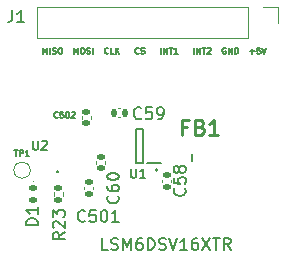
<source format=gto>
G04 #@! TF.GenerationSoftware,KiCad,Pcbnew,(6.0.5)*
G04 #@! TF.CreationDate,2023-01-28T11:09:11-05:00*
G04 #@! TF.ProjectId,IMU Breakout,494d5520-4272-4656-916b-6f75742e6b69,rev?*
G04 #@! TF.SameCoordinates,Original*
G04 #@! TF.FileFunction,Legend,Top*
G04 #@! TF.FilePolarity,Positive*
%FSLAX46Y46*%
G04 Gerber Fmt 4.6, Leading zero omitted, Abs format (unit mm)*
G04 Created by KiCad (PCBNEW (6.0.5)) date 2023-01-28 11:09:11*
%MOMM*%
%LPD*%
G01*
G04 APERTURE LIST*
G04 Aperture macros list*
%AMRoundRect*
0 Rectangle with rounded corners*
0 $1 Rounding radius*
0 $2 $3 $4 $5 $6 $7 $8 $9 X,Y pos of 4 corners*
0 Add a 4 corners polygon primitive as box body*
4,1,4,$2,$3,$4,$5,$6,$7,$8,$9,$2,$3,0*
0 Add four circle primitives for the rounded corners*
1,1,$1+$1,$2,$3*
1,1,$1+$1,$4,$5*
1,1,$1+$1,$6,$7*
1,1,$1+$1,$8,$9*
0 Add four rect primitives between the rounded corners*
20,1,$1+$1,$2,$3,$4,$5,0*
20,1,$1+$1,$4,$5,$6,$7,0*
20,1,$1+$1,$6,$7,$8,$9,0*
20,1,$1+$1,$8,$9,$2,$3,0*%
G04 Aperture macros list end*
%ADD10C,0.175000*%
%ADD11C,0.150000*%
%ADD12C,0.127000*%
%ADD13C,0.152400*%
%ADD14C,0.254000*%
%ADD15C,0.120000*%
%ADD16C,0.200000*%
%ADD17C,0.100000*%
%ADD18C,1.000000*%
%ADD19R,1.700000X1.700000*%
%ADD20O,1.700000X1.700000*%
%ADD21C,1.500000*%
%ADD22RoundRect,0.140000X-0.170000X0.140000X-0.170000X-0.140000X0.170000X-0.140000X0.170000X0.140000X0*%
%ADD23RoundRect,0.140000X0.170000X-0.140000X0.170000X0.140000X-0.170000X0.140000X-0.170000X-0.140000X0*%
%ADD24R,1.200000X0.600000*%
%ADD25R,0.650000X0.700000*%
%ADD26R,0.300000X0.600000*%
%ADD27R,0.600000X0.300000*%
%ADD28RoundRect,0.135000X-0.185000X0.135000X-0.185000X-0.135000X0.185000X-0.135000X0.185000X0.135000X0*%
%ADD29RoundRect,0.147500X-0.172500X0.147500X-0.172500X-0.147500X0.172500X-0.147500X0.172500X0.147500X0*%
%ADD30RoundRect,0.140000X0.140000X0.170000X-0.140000X0.170000X-0.140000X-0.170000X0.140000X-0.170000X0*%
G04 APERTURE END LIST*
D10*
X133145070Y-93883810D02*
G75*
G03*
X133145070Y-93883810I-87500J0D01*
G01*
D11*
X128928996Y-100636203D02*
X128452806Y-100636203D01*
X128452806Y-99636203D01*
X129214710Y-100588584D02*
X129357568Y-100636203D01*
X129595663Y-100636203D01*
X129690901Y-100588584D01*
X129738520Y-100540965D01*
X129786139Y-100445727D01*
X129786139Y-100350489D01*
X129738520Y-100255251D01*
X129690901Y-100207632D01*
X129595663Y-100160013D01*
X129405187Y-100112394D01*
X129309948Y-100064775D01*
X129262329Y-100017156D01*
X129214710Y-99921918D01*
X129214710Y-99826680D01*
X129262329Y-99731442D01*
X129309948Y-99683823D01*
X129405187Y-99636203D01*
X129643282Y-99636203D01*
X129786139Y-99683823D01*
X130214710Y-100636203D02*
X130214710Y-99636203D01*
X130548044Y-100350489D01*
X130881377Y-99636203D01*
X130881377Y-100636203D01*
X131786139Y-99636203D02*
X131595663Y-99636203D01*
X131500425Y-99683823D01*
X131452806Y-99731442D01*
X131357568Y-99874299D01*
X131309948Y-100064775D01*
X131309948Y-100445727D01*
X131357568Y-100540965D01*
X131405187Y-100588584D01*
X131500425Y-100636203D01*
X131690901Y-100636203D01*
X131786139Y-100588584D01*
X131833758Y-100540965D01*
X131881377Y-100445727D01*
X131881377Y-100207632D01*
X131833758Y-100112394D01*
X131786139Y-100064775D01*
X131690901Y-100017156D01*
X131500425Y-100017156D01*
X131405187Y-100064775D01*
X131357568Y-100112394D01*
X131309948Y-100207632D01*
X132309948Y-100636203D02*
X132309948Y-99636203D01*
X132548044Y-99636203D01*
X132690901Y-99683823D01*
X132786139Y-99779061D01*
X132833758Y-99874299D01*
X132881377Y-100064775D01*
X132881377Y-100207632D01*
X132833758Y-100398108D01*
X132786139Y-100493346D01*
X132690901Y-100588584D01*
X132548044Y-100636203D01*
X132309948Y-100636203D01*
X133262329Y-100588584D02*
X133405187Y-100636203D01*
X133643282Y-100636203D01*
X133738520Y-100588584D01*
X133786139Y-100540965D01*
X133833758Y-100445727D01*
X133833758Y-100350489D01*
X133786139Y-100255251D01*
X133738520Y-100207632D01*
X133643282Y-100160013D01*
X133452806Y-100112394D01*
X133357568Y-100064775D01*
X133309948Y-100017156D01*
X133262329Y-99921918D01*
X133262329Y-99826680D01*
X133309948Y-99731442D01*
X133357568Y-99683823D01*
X133452806Y-99636203D01*
X133690901Y-99636203D01*
X133833758Y-99683823D01*
X134119472Y-99636203D02*
X134452806Y-100636203D01*
X134786139Y-99636203D01*
X135643282Y-100636203D02*
X135071853Y-100636203D01*
X135357568Y-100636203D02*
X135357568Y-99636203D01*
X135262329Y-99779061D01*
X135167091Y-99874299D01*
X135071853Y-99921918D01*
X136500425Y-99636203D02*
X136309948Y-99636203D01*
X136214710Y-99683823D01*
X136167091Y-99731442D01*
X136071853Y-99874299D01*
X136024234Y-100064775D01*
X136024234Y-100445727D01*
X136071853Y-100540965D01*
X136119472Y-100588584D01*
X136214710Y-100636203D01*
X136405187Y-100636203D01*
X136500425Y-100588584D01*
X136548044Y-100540965D01*
X136595663Y-100445727D01*
X136595663Y-100207632D01*
X136548044Y-100112394D01*
X136500425Y-100064775D01*
X136405187Y-100017156D01*
X136214710Y-100017156D01*
X136119472Y-100064775D01*
X136071853Y-100112394D01*
X136024234Y-100207632D01*
X136928996Y-99636203D02*
X137595663Y-100636203D01*
X137595663Y-99636203D02*
X136928996Y-100636203D01*
X137833758Y-99636203D02*
X138405187Y-99636203D01*
X138119472Y-100636203D02*
X138119472Y-99636203D01*
X139309948Y-100636203D02*
X138976615Y-100160013D01*
X138738520Y-100636203D02*
X138738520Y-99636203D01*
X139119472Y-99636203D01*
X139214710Y-99683823D01*
X139262329Y-99731442D01*
X139309948Y-99826680D01*
X139309948Y-99969537D01*
X139262329Y-100064775D01*
X139214710Y-100112394D01*
X139119472Y-100160013D01*
X138738520Y-100160013D01*
D12*
X123447484Y-84013629D02*
X123447484Y-83505629D01*
X123616818Y-83868486D01*
X123786151Y-83505629D01*
X123786151Y-84013629D01*
X124028056Y-84013629D02*
X124028056Y-83505629D01*
X124245770Y-83989439D02*
X124318341Y-84013629D01*
X124439294Y-84013629D01*
X124487675Y-83989439D01*
X124511865Y-83965248D01*
X124536056Y-83916867D01*
X124536056Y-83868486D01*
X124511865Y-83820105D01*
X124487675Y-83795915D01*
X124439294Y-83771724D01*
X124342532Y-83747534D01*
X124294151Y-83723343D01*
X124269960Y-83699153D01*
X124245770Y-83650772D01*
X124245770Y-83602391D01*
X124269960Y-83554010D01*
X124294151Y-83529820D01*
X124342532Y-83505629D01*
X124463484Y-83505629D01*
X124536056Y-83529820D01*
X124850532Y-83505629D02*
X124947294Y-83505629D01*
X124995675Y-83529820D01*
X125044056Y-83578200D01*
X125068246Y-83674962D01*
X125068246Y-83844296D01*
X125044056Y-83941058D01*
X124995675Y-83989439D01*
X124947294Y-84013629D01*
X124850532Y-84013629D01*
X124802151Y-83989439D01*
X124753770Y-83941058D01*
X124729580Y-83844296D01*
X124729580Y-83674962D01*
X124753770Y-83578200D01*
X124802151Y-83529820D01*
X124850532Y-83505629D01*
X126060056Y-84013629D02*
X126060056Y-83505629D01*
X126229389Y-83868486D01*
X126398722Y-83505629D01*
X126398722Y-84013629D01*
X126737389Y-83505629D02*
X126834151Y-83505629D01*
X126882532Y-83529820D01*
X126930913Y-83578200D01*
X126955103Y-83674962D01*
X126955103Y-83844296D01*
X126930913Y-83941058D01*
X126882532Y-83989439D01*
X126834151Y-84013629D01*
X126737389Y-84013629D01*
X126689008Y-83989439D01*
X126640627Y-83941058D01*
X126616437Y-83844296D01*
X126616437Y-83674962D01*
X126640627Y-83578200D01*
X126689008Y-83529820D01*
X126737389Y-83505629D01*
X127148627Y-83989439D02*
X127221199Y-84013629D01*
X127342151Y-84013629D01*
X127390532Y-83989439D01*
X127414722Y-83965248D01*
X127438913Y-83916867D01*
X127438913Y-83868486D01*
X127414722Y-83820105D01*
X127390532Y-83795915D01*
X127342151Y-83771724D01*
X127245389Y-83747534D01*
X127197008Y-83723343D01*
X127172818Y-83699153D01*
X127148627Y-83650772D01*
X127148627Y-83602391D01*
X127172818Y-83554010D01*
X127197008Y-83529820D01*
X127245389Y-83505629D01*
X127366341Y-83505629D01*
X127438913Y-83529820D01*
X127656627Y-84013629D02*
X127656627Y-83505629D01*
X128962913Y-83965248D02*
X128938722Y-83989439D01*
X128866151Y-84013629D01*
X128817770Y-84013629D01*
X128745199Y-83989439D01*
X128696818Y-83941058D01*
X128672627Y-83892677D01*
X128648437Y-83795915D01*
X128648437Y-83723343D01*
X128672627Y-83626581D01*
X128696818Y-83578200D01*
X128745199Y-83529820D01*
X128817770Y-83505629D01*
X128866151Y-83505629D01*
X128938722Y-83529820D01*
X128962913Y-83554010D01*
X129422532Y-84013629D02*
X129180627Y-84013629D01*
X129180627Y-83505629D01*
X129591865Y-84013629D02*
X129591865Y-83505629D01*
X129882151Y-84013629D02*
X129664437Y-83723343D01*
X129882151Y-83505629D02*
X129591865Y-83795915D01*
X131551294Y-83965248D02*
X131527103Y-83989439D01*
X131454532Y-84013629D01*
X131406151Y-84013629D01*
X131333580Y-83989439D01*
X131285199Y-83941058D01*
X131261008Y-83892677D01*
X131236818Y-83795915D01*
X131236818Y-83723343D01*
X131261008Y-83626581D01*
X131285199Y-83578200D01*
X131333580Y-83529820D01*
X131406151Y-83505629D01*
X131454532Y-83505629D01*
X131527103Y-83529820D01*
X131551294Y-83554010D01*
X131744818Y-83989439D02*
X131817389Y-84013629D01*
X131938341Y-84013629D01*
X131986722Y-83989439D01*
X132010913Y-83965248D01*
X132035103Y-83916867D01*
X132035103Y-83868486D01*
X132010913Y-83820105D01*
X131986722Y-83795915D01*
X131938341Y-83771724D01*
X131841580Y-83747534D01*
X131793199Y-83723343D01*
X131769008Y-83699153D01*
X131744818Y-83650772D01*
X131744818Y-83602391D01*
X131769008Y-83554010D01*
X131793199Y-83529820D01*
X131841580Y-83505629D01*
X131962532Y-83505629D01*
X132035103Y-83529820D01*
X133413960Y-84013629D02*
X133413960Y-83505629D01*
X133655865Y-84013629D02*
X133655865Y-83505629D01*
X133946151Y-84013629D01*
X133946151Y-83505629D01*
X134115484Y-83505629D02*
X134405770Y-83505629D01*
X134260627Y-84013629D02*
X134260627Y-83505629D01*
X134841199Y-84013629D02*
X134550913Y-84013629D01*
X134696056Y-84013629D02*
X134696056Y-83505629D01*
X134647675Y-83578200D01*
X134599294Y-83626581D01*
X134550913Y-83650772D01*
X136220056Y-84013629D02*
X136220056Y-83505629D01*
X136461960Y-84013629D02*
X136461960Y-83505629D01*
X136752246Y-84013629D01*
X136752246Y-83505629D01*
X136921580Y-83505629D02*
X137211865Y-83505629D01*
X137066722Y-84013629D02*
X137066722Y-83505629D01*
X137357008Y-83554010D02*
X137381199Y-83529820D01*
X137429580Y-83505629D01*
X137550532Y-83505629D01*
X137598913Y-83529820D01*
X137623103Y-83554010D01*
X137647294Y-83602391D01*
X137647294Y-83650772D01*
X137623103Y-83723343D01*
X137332818Y-84013629D01*
X137647294Y-84013629D01*
X138905199Y-83529820D02*
X138856818Y-83505629D01*
X138784246Y-83505629D01*
X138711675Y-83529820D01*
X138663294Y-83578200D01*
X138639103Y-83626581D01*
X138614913Y-83723343D01*
X138614913Y-83795915D01*
X138639103Y-83892677D01*
X138663294Y-83941058D01*
X138711675Y-83989439D01*
X138784246Y-84013629D01*
X138832627Y-84013629D01*
X138905199Y-83989439D01*
X138929389Y-83965248D01*
X138929389Y-83795915D01*
X138832627Y-83795915D01*
X139147103Y-84013629D02*
X139147103Y-83505629D01*
X139437389Y-84013629D01*
X139437389Y-83505629D01*
X139679294Y-84013629D02*
X139679294Y-83505629D01*
X139800246Y-83505629D01*
X139872818Y-83529820D01*
X139921199Y-83578200D01*
X139945389Y-83626581D01*
X139969580Y-83723343D01*
X139969580Y-83795915D01*
X139945389Y-83892677D01*
X139921199Y-83941058D01*
X139872818Y-83989439D01*
X139800246Y-84013629D01*
X139679294Y-84013629D01*
X140961389Y-83820105D02*
X141348437Y-83820105D01*
X141154913Y-84013629D02*
X141154913Y-83626581D01*
X141832246Y-83505629D02*
X141590341Y-83505629D01*
X141566151Y-83747534D01*
X141590341Y-83723343D01*
X141638722Y-83699153D01*
X141759675Y-83699153D01*
X141808056Y-83723343D01*
X141832246Y-83747534D01*
X141856437Y-83795915D01*
X141856437Y-83916867D01*
X141832246Y-83965248D01*
X141808056Y-83989439D01*
X141759675Y-84013629D01*
X141638722Y-84013629D01*
X141590341Y-83989439D01*
X141566151Y-83965248D01*
X142001580Y-83505629D02*
X142170913Y-84013629D01*
X142340246Y-83505629D01*
X121016545Y-92157641D02*
X121306831Y-92157641D01*
X121161688Y-92665641D02*
X121161688Y-92157641D01*
X121476164Y-92665641D02*
X121476164Y-92157641D01*
X121669688Y-92157641D01*
X121718069Y-92181832D01*
X121742259Y-92206022D01*
X121766450Y-92254403D01*
X121766450Y-92326974D01*
X121742259Y-92375355D01*
X121718069Y-92399546D01*
X121669688Y-92423736D01*
X121476164Y-92423736D01*
X122250259Y-92665641D02*
X121959973Y-92665641D01*
X122105116Y-92665641D02*
X122105116Y-92157641D01*
X122056735Y-92230212D01*
X122008354Y-92278593D01*
X121959973Y-92302784D01*
D11*
X120824246Y-80336200D02*
X120824246Y-81050486D01*
X120776627Y-81193343D01*
X120681389Y-81288581D01*
X120538532Y-81336200D01*
X120443294Y-81336200D01*
X121824246Y-81336200D02*
X121252818Y-81336200D01*
X121538532Y-81336200D02*
X121538532Y-80336200D01*
X121443294Y-80479058D01*
X121348056Y-80574296D01*
X121252818Y-80621915D01*
X135422220Y-95424178D02*
X135469839Y-95471797D01*
X135517458Y-95614654D01*
X135517458Y-95709892D01*
X135469839Y-95852749D01*
X135374601Y-95947987D01*
X135279363Y-95995606D01*
X135088887Y-96043225D01*
X134946030Y-96043225D01*
X134755554Y-95995606D01*
X134660316Y-95947987D01*
X134565078Y-95852749D01*
X134517458Y-95709892D01*
X134517458Y-95614654D01*
X134565078Y-95471797D01*
X134612697Y-95424178D01*
X134517458Y-94519416D02*
X134517458Y-94995606D01*
X134993649Y-95043225D01*
X134946030Y-94995606D01*
X134898411Y-94900368D01*
X134898411Y-94662273D01*
X134946030Y-94567035D01*
X134993649Y-94519416D01*
X135088887Y-94471797D01*
X135326982Y-94471797D01*
X135422220Y-94519416D01*
X135469839Y-94567035D01*
X135517458Y-94662273D01*
X135517458Y-94900368D01*
X135469839Y-94995606D01*
X135422220Y-95043225D01*
X134946030Y-93900368D02*
X134898411Y-93995606D01*
X134850792Y-94043225D01*
X134755554Y-94090844D01*
X134707935Y-94090844D01*
X134612697Y-94043225D01*
X134565078Y-93995606D01*
X134517458Y-93900368D01*
X134517458Y-93709892D01*
X134565078Y-93614654D01*
X134612697Y-93567035D01*
X134707935Y-93519416D01*
X134755554Y-93519416D01*
X134850792Y-93567035D01*
X134898411Y-93614654D01*
X134946030Y-93709892D01*
X134946030Y-93900368D01*
X134993649Y-93995606D01*
X135041268Y-94043225D01*
X135136506Y-94090844D01*
X135326982Y-94090844D01*
X135422220Y-94043225D01*
X135469839Y-93995606D01*
X135517458Y-93900368D01*
X135517458Y-93709892D01*
X135469839Y-93614654D01*
X135422220Y-93567035D01*
X135326982Y-93519416D01*
X135136506Y-93519416D01*
X135041268Y-93567035D01*
X134993649Y-93614654D01*
X134946030Y-93709892D01*
X129762220Y-96044178D02*
X129809839Y-96091797D01*
X129857458Y-96234654D01*
X129857458Y-96329892D01*
X129809839Y-96472749D01*
X129714601Y-96567987D01*
X129619363Y-96615606D01*
X129428887Y-96663225D01*
X129286030Y-96663225D01*
X129095554Y-96615606D01*
X129000316Y-96567987D01*
X128905078Y-96472749D01*
X128857458Y-96329892D01*
X128857458Y-96234654D01*
X128905078Y-96091797D01*
X128952697Y-96044178D01*
X128857458Y-95187035D02*
X128857458Y-95377511D01*
X128905078Y-95472749D01*
X128952697Y-95520368D01*
X129095554Y-95615606D01*
X129286030Y-95663225D01*
X129666982Y-95663225D01*
X129762220Y-95615606D01*
X129809839Y-95567987D01*
X129857458Y-95472749D01*
X129857458Y-95282273D01*
X129809839Y-95187035D01*
X129762220Y-95139416D01*
X129666982Y-95091797D01*
X129428887Y-95091797D01*
X129333649Y-95139416D01*
X129286030Y-95187035D01*
X129238411Y-95282273D01*
X129238411Y-95472749D01*
X129286030Y-95567987D01*
X129333649Y-95615606D01*
X129428887Y-95663225D01*
X128857458Y-94472749D02*
X128857458Y-94377511D01*
X128905078Y-94282273D01*
X128952697Y-94234654D01*
X129047935Y-94187035D01*
X129238411Y-94139416D01*
X129476506Y-94139416D01*
X129666982Y-94187035D01*
X129762220Y-94234654D01*
X129809839Y-94282273D01*
X129857458Y-94377511D01*
X129857458Y-94472749D01*
X129809839Y-94567987D01*
X129762220Y-94615606D01*
X129666982Y-94663225D01*
X129476506Y-94710844D01*
X129238411Y-94710844D01*
X129047935Y-94663225D01*
X128952697Y-94615606D01*
X128905078Y-94567987D01*
X128857458Y-94472749D01*
D12*
X124689103Y-89382748D02*
X124664913Y-89406939D01*
X124592341Y-89431129D01*
X124543960Y-89431129D01*
X124471389Y-89406939D01*
X124423008Y-89358558D01*
X124398818Y-89310177D01*
X124374627Y-89213415D01*
X124374627Y-89140843D01*
X124398818Y-89044081D01*
X124423008Y-88995700D01*
X124471389Y-88947320D01*
X124543960Y-88923129D01*
X124592341Y-88923129D01*
X124664913Y-88947320D01*
X124689103Y-88971510D01*
X125148722Y-88923129D02*
X124906818Y-88923129D01*
X124882627Y-89165034D01*
X124906818Y-89140843D01*
X124955199Y-89116653D01*
X125076151Y-89116653D01*
X125124532Y-89140843D01*
X125148722Y-89165034D01*
X125172913Y-89213415D01*
X125172913Y-89334367D01*
X125148722Y-89382748D01*
X125124532Y-89406939D01*
X125076151Y-89431129D01*
X124955199Y-89431129D01*
X124906818Y-89406939D01*
X124882627Y-89382748D01*
X125487389Y-88923129D02*
X125535770Y-88923129D01*
X125584151Y-88947320D01*
X125608341Y-88971510D01*
X125632532Y-89019891D01*
X125656722Y-89116653D01*
X125656722Y-89237605D01*
X125632532Y-89334367D01*
X125608341Y-89382748D01*
X125584151Y-89406939D01*
X125535770Y-89431129D01*
X125487389Y-89431129D01*
X125439008Y-89406939D01*
X125414818Y-89382748D01*
X125390627Y-89334367D01*
X125366437Y-89237605D01*
X125366437Y-89116653D01*
X125390627Y-89019891D01*
X125414818Y-88971510D01*
X125439008Y-88947320D01*
X125487389Y-88923129D01*
X125850246Y-88971510D02*
X125874437Y-88947320D01*
X125922818Y-88923129D01*
X126043770Y-88923129D01*
X126092151Y-88947320D01*
X126116341Y-88971510D01*
X126140532Y-89019891D01*
X126140532Y-89068272D01*
X126116341Y-89140843D01*
X125826056Y-89431129D01*
X126140532Y-89431129D01*
D13*
X130877008Y-93766534D02*
X130877008Y-94383391D01*
X130913294Y-94455962D01*
X130949580Y-94492248D01*
X131022151Y-94528534D01*
X131167294Y-94528534D01*
X131239865Y-94492248D01*
X131276151Y-94455962D01*
X131312437Y-94383391D01*
X131312437Y-93766534D01*
X132074437Y-94528534D02*
X131639008Y-94528534D01*
X131856722Y-94528534D02*
X131856722Y-93766534D01*
X131784151Y-93875391D01*
X131711580Y-93947962D01*
X131639008Y-93984248D01*
D14*
X135646744Y-90210606D02*
X135223411Y-90210606D01*
X135223411Y-90875844D02*
X135223411Y-89605844D01*
X135828173Y-89605844D01*
X136735316Y-90210606D02*
X136916744Y-90271082D01*
X136977220Y-90331559D01*
X137037697Y-90452511D01*
X137037697Y-90633940D01*
X136977220Y-90754892D01*
X136916744Y-90815368D01*
X136795792Y-90875844D01*
X136311982Y-90875844D01*
X136311982Y-89605844D01*
X136735316Y-89605844D01*
X136856268Y-89666321D01*
X136916744Y-89726797D01*
X136977220Y-89847749D01*
X136977220Y-89968701D01*
X136916744Y-90089654D01*
X136856268Y-90150130D01*
X136735316Y-90210606D01*
X136311982Y-90210606D01*
X138247220Y-90875844D02*
X137521506Y-90875844D01*
X137884363Y-90875844D02*
X137884363Y-89605844D01*
X137763411Y-89787273D01*
X137642458Y-89908225D01*
X137521506Y-89968701D01*
D13*
X122577008Y-91366534D02*
X122577008Y-91983391D01*
X122613294Y-92055962D01*
X122649580Y-92092248D01*
X122722151Y-92128534D01*
X122867294Y-92128534D01*
X122939865Y-92092248D01*
X122976151Y-92055962D01*
X123012437Y-91983391D01*
X123012437Y-91366534D01*
X123339008Y-91439105D02*
X123375294Y-91402820D01*
X123447865Y-91366534D01*
X123629294Y-91366534D01*
X123701865Y-91402820D01*
X123738151Y-91439105D01*
X123774437Y-91511677D01*
X123774437Y-91584248D01*
X123738151Y-91693105D01*
X123302722Y-92128534D01*
X123774437Y-92128534D01*
D11*
X126986030Y-98158463D02*
X126938411Y-98206082D01*
X126795554Y-98253701D01*
X126700316Y-98253701D01*
X126557458Y-98206082D01*
X126462220Y-98110844D01*
X126414601Y-98015606D01*
X126366982Y-97825130D01*
X126366982Y-97682273D01*
X126414601Y-97491797D01*
X126462220Y-97396559D01*
X126557458Y-97301321D01*
X126700316Y-97253701D01*
X126795554Y-97253701D01*
X126938411Y-97301321D01*
X126986030Y-97348940D01*
X127890792Y-97253701D02*
X127414601Y-97253701D01*
X127366982Y-97729892D01*
X127414601Y-97682273D01*
X127509839Y-97634654D01*
X127747935Y-97634654D01*
X127843173Y-97682273D01*
X127890792Y-97729892D01*
X127938411Y-97825130D01*
X127938411Y-98063225D01*
X127890792Y-98158463D01*
X127843173Y-98206082D01*
X127747935Y-98253701D01*
X127509839Y-98253701D01*
X127414601Y-98206082D01*
X127366982Y-98158463D01*
X128557458Y-97253701D02*
X128652697Y-97253701D01*
X128747935Y-97301321D01*
X128795554Y-97348940D01*
X128843173Y-97444178D01*
X128890792Y-97634654D01*
X128890792Y-97872749D01*
X128843173Y-98063225D01*
X128795554Y-98158463D01*
X128747935Y-98206082D01*
X128652697Y-98253701D01*
X128557458Y-98253701D01*
X128462220Y-98206082D01*
X128414601Y-98158463D01*
X128366982Y-98063225D01*
X128319363Y-97872749D01*
X128319363Y-97634654D01*
X128366982Y-97444178D01*
X128414601Y-97348940D01*
X128462220Y-97301321D01*
X128557458Y-97253701D01*
X129843173Y-98253701D02*
X129271744Y-98253701D01*
X129557458Y-98253701D02*
X129557458Y-97253701D01*
X129462220Y-97396559D01*
X129366982Y-97491797D01*
X129271744Y-97539416D01*
X125257458Y-99144178D02*
X124781268Y-99477511D01*
X125257458Y-99715606D02*
X124257458Y-99715606D01*
X124257458Y-99334654D01*
X124305078Y-99239416D01*
X124352697Y-99191797D01*
X124447935Y-99144178D01*
X124590792Y-99144178D01*
X124686030Y-99191797D01*
X124733649Y-99239416D01*
X124781268Y-99334654D01*
X124781268Y-99715606D01*
X124352697Y-98763225D02*
X124305078Y-98715606D01*
X124257458Y-98620368D01*
X124257458Y-98382273D01*
X124305078Y-98287035D01*
X124352697Y-98239416D01*
X124447935Y-98191797D01*
X124543173Y-98191797D01*
X124686030Y-98239416D01*
X125257458Y-98810844D01*
X125257458Y-98191797D01*
X124257458Y-97858463D02*
X124257458Y-97239416D01*
X124638411Y-97572749D01*
X124638411Y-97429892D01*
X124686030Y-97334654D01*
X124733649Y-97287035D01*
X124828887Y-97239416D01*
X125066982Y-97239416D01*
X125162220Y-97287035D01*
X125209839Y-97334654D01*
X125257458Y-97429892D01*
X125257458Y-97715606D01*
X125209839Y-97810844D01*
X125162220Y-97858463D01*
X123009960Y-98521915D02*
X122009960Y-98521915D01*
X122009960Y-98283820D01*
X122057580Y-98140962D01*
X122152818Y-98045724D01*
X122248056Y-97998105D01*
X122438532Y-97950486D01*
X122581389Y-97950486D01*
X122771865Y-97998105D01*
X122867103Y-98045724D01*
X122962341Y-98140962D01*
X123009960Y-98283820D01*
X123009960Y-98521915D01*
X123009960Y-96998105D02*
X123009960Y-97569534D01*
X123009960Y-97283820D02*
X122009960Y-97283820D01*
X122152818Y-97379058D01*
X122248056Y-97474296D01*
X122295675Y-97569534D01*
X131742220Y-89458463D02*
X131694601Y-89506082D01*
X131551744Y-89553701D01*
X131456506Y-89553701D01*
X131313649Y-89506082D01*
X131218411Y-89410844D01*
X131170792Y-89315606D01*
X131123173Y-89125130D01*
X131123173Y-88982273D01*
X131170792Y-88791797D01*
X131218411Y-88696559D01*
X131313649Y-88601321D01*
X131456506Y-88553701D01*
X131551744Y-88553701D01*
X131694601Y-88601321D01*
X131742220Y-88648940D01*
X132646982Y-88553701D02*
X132170792Y-88553701D01*
X132123173Y-89029892D01*
X132170792Y-88982273D01*
X132266030Y-88934654D01*
X132504125Y-88934654D01*
X132599363Y-88982273D01*
X132646982Y-89029892D01*
X132694601Y-89125130D01*
X132694601Y-89363225D01*
X132646982Y-89458463D01*
X132599363Y-89506082D01*
X132504125Y-89553701D01*
X132266030Y-89553701D01*
X132170792Y-89506082D01*
X132123173Y-89458463D01*
X133170792Y-89553701D02*
X133361268Y-89553701D01*
X133456506Y-89506082D01*
X133504125Y-89458463D01*
X133599363Y-89315606D01*
X133646982Y-89125130D01*
X133646982Y-88744178D01*
X133599363Y-88648940D01*
X133551744Y-88601321D01*
X133456506Y-88553701D01*
X133266030Y-88553701D01*
X133170792Y-88601321D01*
X133123173Y-88648940D01*
X133075554Y-88744178D01*
X133075554Y-88982273D01*
X133123173Y-89077511D01*
X133170792Y-89125130D01*
X133266030Y-89172749D01*
X133456506Y-89172749D01*
X133551744Y-89125130D01*
X133599363Y-89077511D01*
X133646982Y-88982273D01*
D15*
X122357580Y-93883820D02*
G75*
G03*
X122357580Y-93883820I-700000J0D01*
G01*
X140762580Y-80053820D02*
X140762580Y-82713820D01*
X122922580Y-80053820D02*
X122922580Y-82713820D01*
X140762580Y-80053820D02*
X122922580Y-80053820D01*
X142032580Y-80053820D02*
X143362580Y-80053820D01*
X140762580Y-82713820D02*
X122922580Y-82713820D01*
X143362580Y-80053820D02*
X143362580Y-81383820D01*
X133545078Y-94673485D02*
X133545078Y-94889157D01*
X134265078Y-94673485D02*
X134265078Y-94889157D01*
X128665078Y-93113485D02*
X128665078Y-93329157D01*
X127945078Y-93113485D02*
X127945078Y-93329157D01*
X126745078Y-89509157D02*
X126745078Y-89293485D01*
X127465078Y-89509157D02*
X127465078Y-89293485D01*
D16*
X131305078Y-93251321D02*
X131305078Y-90351321D01*
X133455078Y-93301321D02*
X132255078Y-93301321D01*
X131905078Y-93251321D02*
X131305078Y-93251321D01*
X131905078Y-90351321D02*
X131905078Y-93251321D01*
X131305078Y-90351321D02*
X131905078Y-90351321D01*
X136005078Y-93101321D02*
X136005078Y-92501321D01*
D14*
X124661078Y-94016321D02*
G75*
G03*
X124661078Y-94016321I-12000J0D01*
G01*
D15*
X127665078Y-95273485D02*
X127665078Y-95489157D01*
X126945078Y-95273485D02*
X126945078Y-95489157D01*
X124325078Y-95747680D02*
X124325078Y-96054962D01*
X125085078Y-95747680D02*
X125085078Y-96054962D01*
D17*
X122655078Y-94811321D02*
G75*
G03*
X122655078Y-94811321I-50000J0D01*
G01*
D15*
X129992914Y-88641321D02*
X129777242Y-88641321D01*
X129992914Y-89361321D02*
X129777242Y-89361321D01*
%LPC*%
D18*
X121657580Y-93883820D03*
D19*
X142032580Y-81383820D03*
D20*
X139492580Y-81383820D03*
X136952580Y-81383820D03*
X134412580Y-81383820D03*
X131872580Y-81383820D03*
X129332580Y-81383820D03*
X126792580Y-81383820D03*
X124252580Y-81383820D03*
D21*
X142057580Y-99483820D03*
D22*
X133905078Y-94301321D03*
X133905078Y-95261321D03*
X128305078Y-92741321D03*
X128305078Y-93701321D03*
D23*
X127105078Y-89881321D03*
X127105078Y-88921321D03*
D24*
X132855078Y-92751321D03*
X132855078Y-91801321D03*
X132855078Y-90851321D03*
X130355078Y-90851321D03*
X130355078Y-92751321D03*
D25*
X136680078Y-92801321D03*
X135330078Y-92801321D03*
D26*
X124655078Y-93351321D03*
X125155078Y-93351321D03*
X125655078Y-93351321D03*
X126155078Y-93351321D03*
D27*
X126305078Y-92701321D03*
X126305078Y-92201321D03*
X126305078Y-91701321D03*
D26*
X126155078Y-91051321D03*
X125655078Y-91051321D03*
X125155078Y-91051321D03*
X124655078Y-91051321D03*
D27*
X124505078Y-91701321D03*
X124505078Y-92201321D03*
X124505078Y-92701321D03*
D22*
X127305078Y-94901321D03*
X127305078Y-95861321D03*
D28*
X124705078Y-95391321D03*
X124705078Y-96411321D03*
D29*
X122605078Y-95416321D03*
X122605078Y-96386321D03*
D30*
X130365078Y-89001321D03*
X129405078Y-89001321D03*
D21*
X121657580Y-84983820D03*
M02*

</source>
